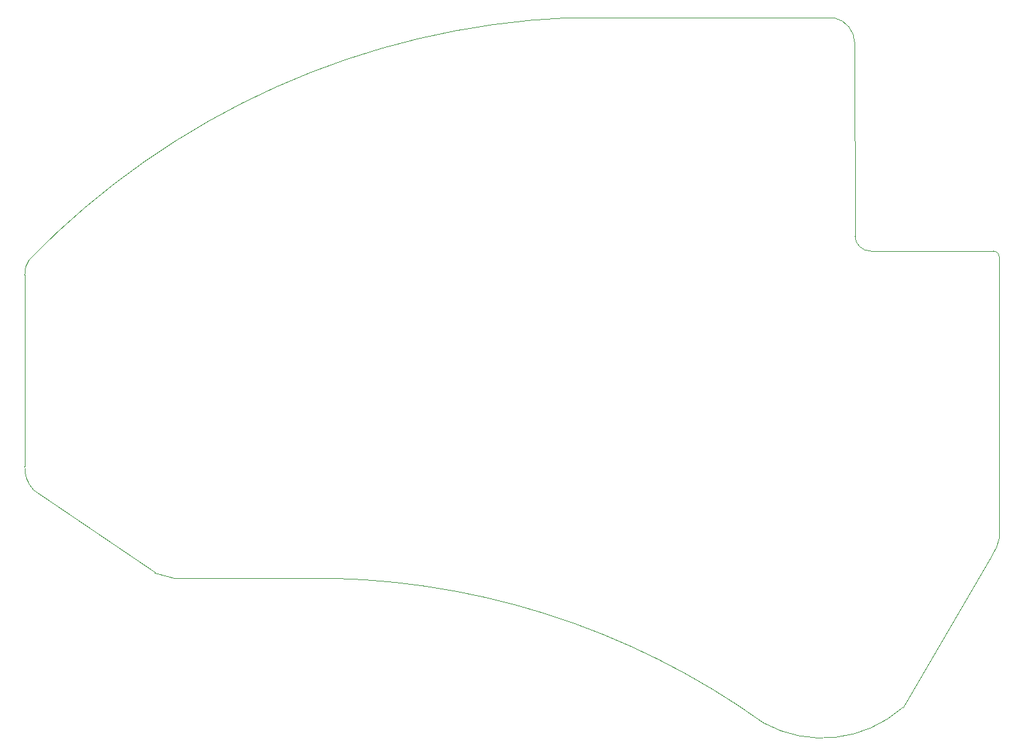
<source format=gbr>
%TF.GenerationSoftware,KiCad,Pcbnew,(6.0.5)*%
%TF.CreationDate,2022-06-20T13:52:22+01:00*%
%TF.ProjectId,Sweepy,53776565-7079-42e6-9b69-6361645f7063,rev?*%
%TF.SameCoordinates,Original*%
%TF.FileFunction,Profile,NP*%
%FSLAX46Y46*%
G04 Gerber Fmt 4.6, Leading zero omitted, Abs format (unit mm)*
G04 Created by KiCad (PCBNEW (6.0.5)) date 2022-06-20 13:52:22*
%MOMM*%
%LPD*%
G01*
G04 APERTURE LIST*
%TA.AperFunction,Profile*%
%ADD10C,0.050000*%
%TD*%
%TA.AperFunction,Profile*%
%ADD11C,0.100000*%
%TD*%
G04 APERTURE END LIST*
D10*
X21610425Y-80226425D02*
X37410425Y-90926425D01*
X127937536Y-47599211D02*
X127910425Y-22426425D01*
X127937489Y-47399213D02*
G75*
G03*
X129972537Y-49330129I2000011J70013D01*
G01*
X146627488Y-50077212D02*
G75*
G03*
X145877535Y-49327212I-749988J12D01*
G01*
X37310426Y-91026423D02*
G75*
G03*
X39710425Y-91666425I12931374J43672523D01*
G01*
X129972537Y-49330129D02*
X145877535Y-49327212D01*
X146627535Y-58055212D02*
X146627535Y-66183212D01*
X146627535Y-50077212D02*
X146627535Y-58055212D01*
X146627535Y-66183212D02*
X146620425Y-86486425D01*
D11*
X125210425Y-19126425D02*
X90910425Y-19126425D01*
D10*
X56511526Y-91681637D02*
X39710425Y-91666425D01*
X134110425Y-108426425D02*
X145670425Y-88756425D01*
D11*
X116110425Y-110426424D02*
G75*
G03*
X56511526Y-91681637I-58198585J-80922426D01*
G01*
X20510411Y-77226425D02*
G75*
G03*
X21610425Y-80226425I4289389J-128875D01*
G01*
X127910416Y-22426425D02*
G75*
G03*
X125210425Y-19126425I-3397316J-25075D01*
G01*
D10*
X145670444Y-88756438D02*
G75*
G03*
X146620425Y-86486425I-4886244J3378638D01*
G01*
D11*
X90910425Y-19126424D02*
G75*
G03*
X21110425Y-50426425I4516045J-103549036D01*
G01*
D10*
X116110423Y-110426429D02*
G75*
G03*
X134110425Y-108426425I7584027J13743739D01*
G01*
X20510425Y-52426425D02*
X20510425Y-77226425D01*
D11*
X21110426Y-50426426D02*
G75*
G03*
X20510425Y-52426425I2334574J-1790374D01*
G01*
M02*

</source>
